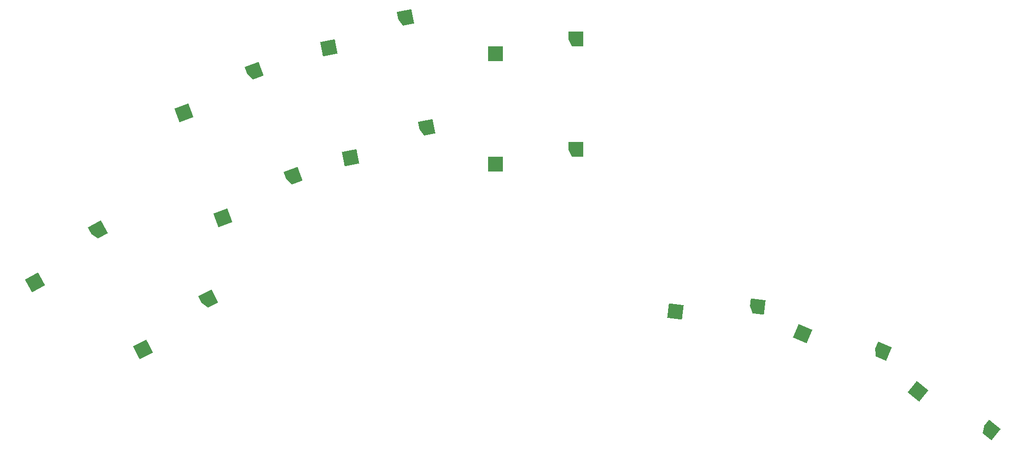
<source format=gbr>
%TF.GenerationSoftware,KiCad,Pcbnew,9.0.3*%
%TF.CreationDate,2025-08-09T00:32:57-04:00*%
%TF.ProjectId,darling,6461726c-696e-4672-9e6b-696361645f70,rev?*%
%TF.SameCoordinates,Original*%
%TF.FileFunction,Paste,Bot*%
%TF.FilePolarity,Positive*%
%FSLAX46Y46*%
G04 Gerber Fmt 4.6, Leading zero omitted, Abs format (unit mm)*
G04 Created by KiCad (PCBNEW 9.0.3) date 2025-08-09 00:32:57*
%MOMM*%
%LPD*%
G01*
G04 APERTURE LIST*
G04 Aperture macros list*
%AMRotRect*
0 Rectangle, with rotation*
0 The origin of the aperture is its center*
0 $1 length*
0 $2 width*
0 $3 Rotation angle, in degrees counterclockwise*
0 Add horizontal line*
21,1,$1,$2,0,0,$3*%
%AMFreePoly0*
4,1,6,1.275000,-1.849998,-0.670000,-1.850002,-1.275000,-0.649998,-1.275000,0.649998,1.275000,0.649998,1.275000,-1.849998,1.275000,-1.849998,$1*%
G04 Aperture macros list end*
%ADD10FreePoly0,11.000000*%
%ADD11RotRect,2.550000X2.500000X11.000000*%
%ADD12FreePoly0,20.360000*%
%ADD13RotRect,2.550000X2.500000X20.360000*%
%ADD14FreePoly0,0.000000*%
%ADD15R,2.550000X2.500000*%
%ADD16FreePoly0,353.000000*%
%ADD17RotRect,2.550000X2.500000X353.000000*%
%ADD18FreePoly0,321.000000*%
%ADD19RotRect,2.550000X2.500000X321.000000*%
%ADD20FreePoly0,29.000000*%
%ADD21RotRect,2.550000X2.500000X29.000000*%
%ADD22FreePoly0,337.000000*%
%ADD23RotRect,2.550000X2.500000X337.000000*%
%ADD24FreePoly0,27.000000*%
%ADD25RotRect,2.550000X2.500000X27.000000*%
G04 APERTURE END LIST*
D10*
%TO.C,sw3*%
X98957441Y-34253787D03*
D11*
X85984493Y-39994616D03*
%TD*%
D12*
%TO.C,sw5*%
X72955053Y-43415960D03*
D13*
X61088501Y-51190241D03*
%TD*%
D14*
%TO.C,sw2*%
X128398037Y-56798160D03*
D15*
X114568037Y-59958161D03*
%TD*%
D16*
%TO.C,sw9*%
X159580706Y-83836316D03*
D17*
X145468685Y-85287310D03*
%TD*%
D18*
%TO.C,sw11*%
X199900969Y-105213055D03*
D19*
X187164387Y-98965336D03*
%TD*%
D20*
%TO.C,sw7*%
X46019564Y-70840207D03*
D21*
X35455572Y-80308923D03*
%TD*%
D22*
%TO.C,sw10*%
X181246609Y-91560727D03*
D23*
X167281316Y-89065712D03*
%TD*%
D24*
%TO.C,sw8*%
X64954716Y-82665356D03*
D25*
X54066707Y-91759626D03*
%TD*%
D14*
%TO.C,sw1*%
X128398037Y-37873160D03*
D15*
X114568037Y-41033161D03*
%TD*%
D10*
%TO.C,sw4*%
X102626698Y-53130477D03*
D11*
X89653750Y-58871306D03*
%TD*%
D12*
%TO.C,sw6*%
X79645509Y-61444569D03*
D13*
X67778957Y-69218850D03*
%TD*%
M02*

</source>
